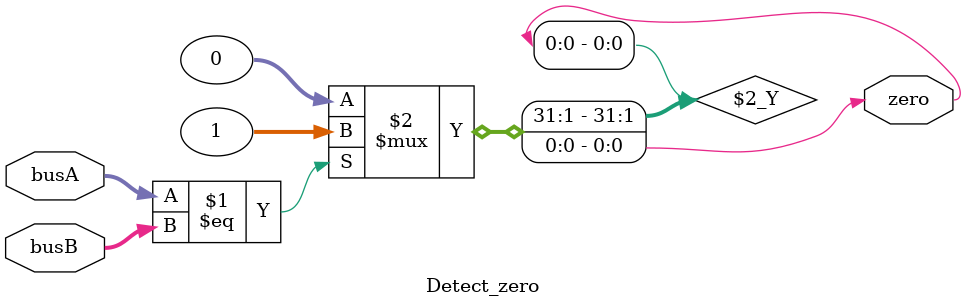
<source format=v>
module Detect_zero(busA, busB, zero);//給control hazard比較是否相等
input [31:0] busA, busB;
output zero;

assign zero=(busA==busB)?1:0;

endmodule

</source>
